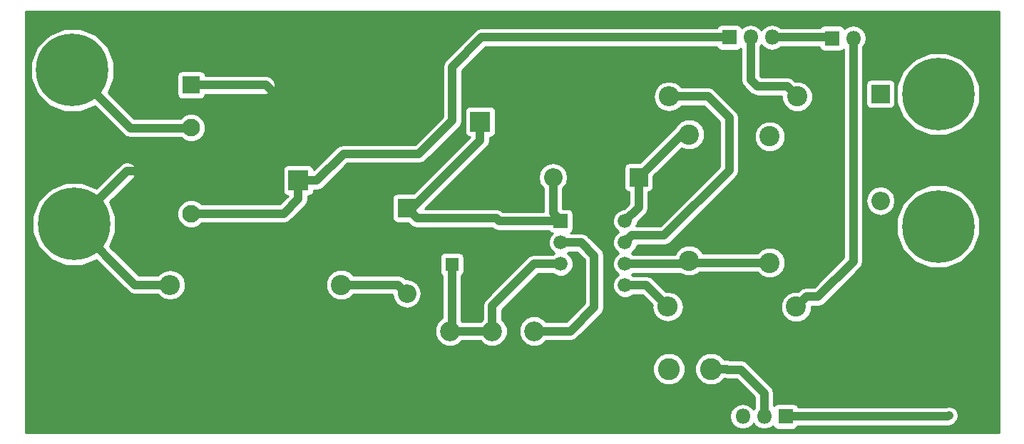
<source format=gbr>
G04 #@! TF.FileFunction,Copper,L2,Bot,Signal*
%FSLAX46Y46*%
G04 Gerber Fmt 4.6, Leading zero omitted, Abs format (unit mm)*
G04 Created by KiCad (PCBNEW 4.0.7) date 02/11/18 23:41:10*
%MOMM*%
%LPD*%
G01*
G04 APERTURE LIST*
%ADD10C,0.100000*%
%ADD11R,2.400000X2.400000*%
%ADD12C,2.400000*%
%ADD13R,1.600000X1.600000*%
%ADD14C,1.600000*%
%ADD15R,2.100000X2.100000*%
%ADD16C,2.100000*%
%ADD17R,2.200000X2.200000*%
%ADD18O,2.200000X2.200000*%
%ADD19R,1.800000X1.800000*%
%ADD20O,1.800000X1.800000*%
%ADD21O,2.400000X2.400000*%
%ADD22C,2.340000*%
%ADD23C,8.600000*%
%ADD24R,1.676400X1.676400*%
%ADD25C,1.676400*%
%ADD26C,2.600000*%
%ADD27C,0.900000*%
%ADD28C,1.000000*%
%ADD29C,0.254000*%
G04 APERTURE END LIST*
D10*
D11*
X97370000Y-63350000D03*
D12*
X97370000Y-55850000D03*
D13*
X115600000Y-73330000D03*
D14*
X120600000Y-73330000D03*
D12*
X143770000Y-72880000D03*
X143770000Y-57880000D03*
X153320000Y-58120000D03*
X153320000Y-73120000D03*
D15*
X84640000Y-52000000D03*
D16*
X84640000Y-57100000D03*
X84640000Y-67300000D03*
X84640000Y-62200000D03*
D17*
X110250000Y-66630000D03*
D18*
X110250000Y-76790000D03*
D17*
X166480000Y-53070000D03*
D18*
X166480000Y-65770000D03*
D19*
X148520000Y-46360000D03*
D20*
X151060000Y-46360000D03*
X153600000Y-46360000D03*
D19*
X160730000Y-46450000D03*
D20*
X163270000Y-46450000D03*
X165810000Y-46450000D03*
D12*
X102440000Y-75760000D03*
D21*
X82120000Y-75760000D03*
D12*
X156600000Y-53370000D03*
D21*
X141360000Y-53370000D03*
D12*
X156470000Y-78350000D03*
D21*
X141230000Y-78350000D03*
D22*
X125390000Y-81250000D03*
X120390000Y-81250000D03*
X115390000Y-81250000D03*
D23*
X70540000Y-50250000D03*
X70730000Y-68530000D03*
X173330000Y-68810000D03*
X173330000Y-53090000D03*
D24*
X128530000Y-68190000D03*
D25*
X128530000Y-70730000D03*
X128530000Y-73270000D03*
X128530000Y-75810000D03*
X136150000Y-75810000D03*
X136150000Y-73270000D03*
X136150000Y-70730000D03*
X136150000Y-68190000D03*
D17*
X137770000Y-62970000D03*
D18*
X127610000Y-62970000D03*
D11*
X118960000Y-56370000D03*
D12*
X111460000Y-56370000D03*
D19*
X155210000Y-91390000D03*
D20*
X152670000Y-91390000D03*
X150130000Y-91390000D03*
D26*
X146360000Y-85740000D03*
X141360000Y-85740000D03*
D27*
X174610000Y-91270000D03*
D28*
X115640000Y-49850000D02*
X119130000Y-46360000D01*
X119130000Y-46360000D02*
X148520000Y-46360000D01*
X115640000Y-56240000D02*
X115640000Y-49850000D01*
X111680000Y-60200000D02*
X115640000Y-56240000D01*
X102720000Y-60200000D02*
X111680000Y-60200000D01*
X97370000Y-63350000D02*
X99570000Y-63350000D01*
X99570000Y-63350000D02*
X102720000Y-60200000D01*
X84640000Y-67300000D02*
X95620000Y-67300000D01*
X95620000Y-67300000D02*
X97370000Y-65550000D01*
X97370000Y-65550000D02*
X97370000Y-63350000D01*
X97370000Y-55850000D02*
X110940000Y-55850000D01*
X110940000Y-55850000D02*
X111460000Y-56370000D01*
X93520000Y-52000000D02*
X97370000Y-55850000D01*
X84770000Y-62240000D02*
X77020000Y-62240000D01*
X115600000Y-73330000D02*
X115600000Y-81040000D01*
X115600000Y-81040000D02*
X115390000Y-81250000D01*
X120390000Y-78240000D02*
X125360000Y-73270000D01*
X125360000Y-73270000D02*
X128530000Y-73270000D01*
X120390000Y-81250000D02*
X120390000Y-78240000D01*
X120390000Y-81250000D02*
X115390000Y-81250000D01*
X153600000Y-46360000D02*
X160640000Y-46360000D01*
X160640000Y-46360000D02*
X160730000Y-46450000D01*
X153320000Y-73120000D02*
X144010000Y-73120000D01*
X144010000Y-73120000D02*
X143770000Y-72880000D01*
X136150000Y-73270000D02*
X143380000Y-73270000D01*
X143380000Y-73270000D02*
X143770000Y-72880000D01*
X143770000Y-57880000D02*
X142860000Y-57880000D01*
X142860000Y-57880000D02*
X137770000Y-62970000D01*
X137770000Y-62970000D02*
X137770000Y-66570000D01*
X137770000Y-66570000D02*
X136150000Y-68190000D01*
X84770000Y-57140000D02*
X77430000Y-57140000D01*
X77430000Y-57140000D02*
X70540000Y-50250000D01*
X84640000Y-52000000D02*
X93520000Y-52000000D01*
X70730000Y-68530000D02*
X77960000Y-75760000D01*
X77960000Y-75760000D02*
X82120000Y-75760000D01*
X77020000Y-62240000D02*
X70730000Y-68530000D01*
X127610000Y-62970000D02*
X127610000Y-67270000D01*
X127610000Y-67270000D02*
X128530000Y-68190000D01*
X120850000Y-67850000D02*
X121190000Y-68190000D01*
X121190000Y-68190000D02*
X128530000Y-68190000D01*
X120850000Y-67850000D02*
X111470000Y-67850000D01*
X111470000Y-67850000D02*
X110250000Y-66630000D01*
X118960000Y-56370000D02*
X118960000Y-58570000D01*
X118960000Y-58570000D02*
X110900000Y-66630000D01*
X110900000Y-66630000D02*
X110250000Y-66630000D01*
X102440000Y-75760000D02*
X109220000Y-75760000D01*
X109220000Y-75760000D02*
X110250000Y-76790000D01*
X151850001Y-52170001D02*
X151060000Y-51380000D01*
X151060000Y-51380000D02*
X151060000Y-46360000D01*
X156600000Y-53370000D02*
X155400001Y-52170001D01*
X155400001Y-52170001D02*
X151850001Y-52170001D01*
X159069999Y-77150001D02*
X163270000Y-72950000D01*
X163270000Y-72950000D02*
X163270000Y-46450000D01*
X156470000Y-78350000D02*
X157669999Y-77150001D01*
X157669999Y-77150001D02*
X159069999Y-77150001D01*
X146000000Y-53370000D02*
X141360000Y-53370000D01*
X148530000Y-55900000D02*
X146000000Y-53370000D01*
X148530000Y-62160000D02*
X148530000Y-55900000D01*
X140798199Y-69891801D02*
X148530000Y-62160000D01*
X136150000Y-70730000D02*
X136988199Y-69891801D01*
X136988199Y-69891801D02*
X140798199Y-69891801D01*
X136150000Y-75810000D02*
X138690000Y-75810000D01*
X138690000Y-75810000D02*
X141230000Y-78350000D01*
X132490000Y-78410000D02*
X129650000Y-81250000D01*
X129650000Y-81250000D02*
X125390000Y-81250000D01*
X132490000Y-72280000D02*
X132490000Y-78410000D01*
X130940000Y-70730000D02*
X132490000Y-72280000D01*
X128530000Y-70730000D02*
X130940000Y-70730000D01*
X149880000Y-85830000D02*
X152670000Y-88620000D01*
X152670000Y-88620000D02*
X152670000Y-91390000D01*
X148288477Y-85830000D02*
X149880000Y-85830000D01*
X146360000Y-85740000D02*
X148198477Y-85740000D01*
X148198477Y-85740000D02*
X148288477Y-85830000D01*
X155210000Y-91390000D02*
X174490000Y-91390000D01*
X174490000Y-91390000D02*
X174610000Y-91270000D01*
D29*
G36*
X180530000Y-93280000D02*
X64970000Y-93280000D01*
X64970000Y-86123207D01*
X139424665Y-86123207D01*
X139718630Y-86834658D01*
X140262479Y-87379457D01*
X140973416Y-87674663D01*
X141743207Y-87675335D01*
X142454658Y-87381370D01*
X142999457Y-86837521D01*
X143294663Y-86126584D01*
X143294665Y-86123207D01*
X144424665Y-86123207D01*
X144718630Y-86834658D01*
X145262479Y-87379457D01*
X145973416Y-87674663D01*
X146743207Y-87675335D01*
X147454658Y-87381370D01*
X147940995Y-86895881D01*
X148288477Y-86965000D01*
X149409868Y-86965000D01*
X151535000Y-89090132D01*
X151535000Y-90333803D01*
X151400000Y-90535845D01*
X151245481Y-90304591D01*
X150747491Y-89971845D01*
X150160072Y-89855000D01*
X150099928Y-89855000D01*
X149512509Y-89971845D01*
X149014519Y-90304591D01*
X148681773Y-90802581D01*
X148564928Y-91390000D01*
X148681773Y-91977419D01*
X149014519Y-92475409D01*
X149512509Y-92808155D01*
X150099928Y-92925000D01*
X150160072Y-92925000D01*
X150747491Y-92808155D01*
X151245481Y-92475409D01*
X151400000Y-92244155D01*
X151554519Y-92475409D01*
X152052509Y-92808155D01*
X152639928Y-92925000D01*
X152700072Y-92925000D01*
X153287491Y-92808155D01*
X153708026Y-92527163D01*
X153845910Y-92741441D01*
X154058110Y-92886431D01*
X154310000Y-92937440D01*
X156110000Y-92937440D01*
X156345317Y-92893162D01*
X156561441Y-92754090D01*
X156706431Y-92541890D01*
X156709851Y-92525000D01*
X174490000Y-92525000D01*
X174924346Y-92438603D01*
X175292566Y-92192566D01*
X175412566Y-92072566D01*
X175658604Y-91704345D01*
X175745000Y-91270000D01*
X175658604Y-90835654D01*
X175412566Y-90467434D01*
X175044346Y-90221396D01*
X174610000Y-90135000D01*
X174175655Y-90221396D01*
X174125363Y-90255000D01*
X156713222Y-90255000D01*
X156713162Y-90254683D01*
X156574090Y-90038559D01*
X156361890Y-89893569D01*
X156110000Y-89842560D01*
X154310000Y-89842560D01*
X154074683Y-89886838D01*
X153858559Y-90025910D01*
X153805000Y-90104296D01*
X153805000Y-88620000D01*
X153718603Y-88185654D01*
X153472566Y-87817434D01*
X150682566Y-85027434D01*
X150314346Y-84781397D01*
X149880000Y-84695000D01*
X148638215Y-84695000D01*
X148632823Y-84691397D01*
X148198477Y-84605000D01*
X147961098Y-84605000D01*
X147457521Y-84100543D01*
X146746584Y-83805337D01*
X145976793Y-83804665D01*
X145265342Y-84098630D01*
X144720543Y-84642479D01*
X144425337Y-85353416D01*
X144424665Y-86123207D01*
X143294665Y-86123207D01*
X143295335Y-85356793D01*
X143001370Y-84645342D01*
X142457521Y-84100543D01*
X141746584Y-83805337D01*
X140976793Y-83804665D01*
X140265342Y-84098630D01*
X139720543Y-84642479D01*
X139425337Y-85353416D01*
X139424665Y-86123207D01*
X64970000Y-86123207D01*
X64970000Y-69507325D01*
X65794146Y-69507325D01*
X66543871Y-71321801D01*
X67930897Y-72711250D01*
X69744061Y-73464141D01*
X71707325Y-73465854D01*
X73372632Y-72777764D01*
X77157434Y-76562566D01*
X77525654Y-76808603D01*
X77960000Y-76895000D01*
X80677903Y-76895000D01*
X80786509Y-77057541D01*
X81381826Y-77455319D01*
X82084050Y-77595000D01*
X82155950Y-77595000D01*
X82858174Y-77455319D01*
X83453491Y-77057541D01*
X83851269Y-76462224D01*
X83918664Y-76123403D01*
X100604682Y-76123403D01*
X100883455Y-76798086D01*
X101399199Y-77314730D01*
X102073395Y-77594681D01*
X102803403Y-77595318D01*
X103478086Y-77316545D01*
X103900367Y-76895000D01*
X108529125Y-76895000D01*
X108647069Y-77487947D01*
X109023170Y-78050821D01*
X109586044Y-78426922D01*
X110250000Y-78558991D01*
X110913956Y-78426922D01*
X111476830Y-78050821D01*
X111852931Y-77487947D01*
X111985000Y-76823991D01*
X111985000Y-76756009D01*
X111852931Y-76092053D01*
X111476830Y-75529179D01*
X110913956Y-75153078D01*
X110250000Y-75021009D01*
X110113327Y-75048195D01*
X110022566Y-74957434D01*
X110018446Y-74954681D01*
X109654346Y-74711397D01*
X109220000Y-74625000D01*
X103899800Y-74625000D01*
X103480801Y-74205270D01*
X102806605Y-73925319D01*
X102076597Y-73924682D01*
X101401914Y-74203455D01*
X100885270Y-74719199D01*
X100605319Y-75393395D01*
X100604682Y-76123403D01*
X83918664Y-76123403D01*
X83990950Y-75760000D01*
X83851269Y-75057776D01*
X83453491Y-74462459D01*
X82858174Y-74064681D01*
X82155950Y-73925000D01*
X82084050Y-73925000D01*
X81381826Y-74064681D01*
X80786509Y-74462459D01*
X80677903Y-74625000D01*
X78430132Y-74625000D01*
X74976675Y-71171543D01*
X75664141Y-69515939D01*
X75665783Y-67633697D01*
X82954708Y-67633697D01*
X83210694Y-68253229D01*
X83684278Y-68727640D01*
X84303362Y-68984707D01*
X84973697Y-68985292D01*
X85593229Y-68729306D01*
X85888049Y-68435000D01*
X95620000Y-68435000D01*
X96054346Y-68348603D01*
X96422566Y-68102566D01*
X98172566Y-66352566D01*
X98260210Y-66221397D01*
X98418603Y-65984346D01*
X98505000Y-65550000D01*
X98505000Y-65530000D01*
X108502560Y-65530000D01*
X108502560Y-67730000D01*
X108546838Y-67965317D01*
X108685910Y-68181441D01*
X108898110Y-68326431D01*
X109150000Y-68377440D01*
X110392307Y-68377440D01*
X110667434Y-68652567D01*
X111035655Y-68898604D01*
X111470000Y-68985000D01*
X120379868Y-68985000D01*
X120387434Y-68992566D01*
X120755655Y-69238604D01*
X121190000Y-69325000D01*
X127128201Y-69325000D01*
X127227710Y-69479641D01*
X127439910Y-69624631D01*
X127533145Y-69643512D01*
X127281810Y-69894409D01*
X127057056Y-70435677D01*
X127056545Y-71021752D01*
X127280353Y-71563411D01*
X127694409Y-71978190D01*
X127746392Y-71999775D01*
X127696589Y-72020353D01*
X127581742Y-72135000D01*
X125360000Y-72135000D01*
X124925654Y-72221397D01*
X124557434Y-72467434D01*
X119587434Y-77437434D01*
X119341397Y-77805654D01*
X119255000Y-78240000D01*
X119255000Y-79832590D01*
X118972097Y-80115000D01*
X116807410Y-80115000D01*
X116735000Y-80042463D01*
X116735000Y-74669018D01*
X116851441Y-74594090D01*
X116996431Y-74381890D01*
X117047440Y-74130000D01*
X117047440Y-72530000D01*
X117003162Y-72294683D01*
X116864090Y-72078559D01*
X116651890Y-71933569D01*
X116400000Y-71882560D01*
X114800000Y-71882560D01*
X114564683Y-71926838D01*
X114348559Y-72065910D01*
X114203569Y-72278110D01*
X114152560Y-72530000D01*
X114152560Y-74130000D01*
X114196838Y-74365317D01*
X114335910Y-74581441D01*
X114465000Y-74669644D01*
X114465000Y-79679189D01*
X114368885Y-79718903D01*
X113860688Y-80226215D01*
X113585314Y-80889388D01*
X113584687Y-81607462D01*
X113858903Y-82271115D01*
X114366215Y-82779312D01*
X115029388Y-83054686D01*
X115747462Y-83055313D01*
X116411115Y-82781097D01*
X116807903Y-82385000D01*
X118972590Y-82385000D01*
X119366215Y-82779312D01*
X120029388Y-83054686D01*
X120747462Y-83055313D01*
X121411115Y-82781097D01*
X121919312Y-82273785D01*
X122194686Y-81610612D01*
X122195313Y-80892538D01*
X121921097Y-80228885D01*
X121525000Y-79832097D01*
X121525000Y-78710132D01*
X125830132Y-74405000D01*
X127581416Y-74405000D01*
X127694409Y-74518190D01*
X128235677Y-74742944D01*
X128821752Y-74743455D01*
X129363411Y-74519647D01*
X129778190Y-74105591D01*
X130002944Y-73564323D01*
X130003455Y-72978248D01*
X129779647Y-72436589D01*
X129365591Y-72021810D01*
X129313608Y-72000225D01*
X129363411Y-71979647D01*
X129478258Y-71865000D01*
X130469868Y-71865000D01*
X131355000Y-72750132D01*
X131355000Y-77939867D01*
X129179868Y-80115000D01*
X126807410Y-80115000D01*
X126413785Y-79720688D01*
X125750612Y-79445314D01*
X125032538Y-79444687D01*
X124368885Y-79718903D01*
X123860688Y-80226215D01*
X123585314Y-80889388D01*
X123584687Y-81607462D01*
X123858903Y-82271115D01*
X124366215Y-82779312D01*
X125029388Y-83054686D01*
X125747462Y-83055313D01*
X126411115Y-82781097D01*
X126807903Y-82385000D01*
X129650000Y-82385000D01*
X130084346Y-82298603D01*
X130452566Y-82052566D01*
X133292567Y-79212566D01*
X133538604Y-78844345D01*
X133625000Y-78410000D01*
X133625000Y-72280000D01*
X133538603Y-71845654D01*
X133292566Y-71477434D01*
X131742566Y-69927434D01*
X131693141Y-69894409D01*
X131374346Y-69681397D01*
X130940000Y-69595000D01*
X129660025Y-69595000D01*
X129819641Y-69492290D01*
X129964631Y-69280090D01*
X130015640Y-69028200D01*
X130015640Y-68481752D01*
X134676545Y-68481752D01*
X134900353Y-69023411D01*
X135314409Y-69438190D01*
X135366392Y-69459775D01*
X135316589Y-69480353D01*
X134901810Y-69894409D01*
X134677056Y-70435677D01*
X134676545Y-71021752D01*
X134900353Y-71563411D01*
X135314409Y-71978190D01*
X135366392Y-71999775D01*
X135316589Y-72020353D01*
X134901810Y-72434409D01*
X134677056Y-72975677D01*
X134676545Y-73561752D01*
X134900353Y-74103411D01*
X135314409Y-74518190D01*
X135366392Y-74539775D01*
X135316589Y-74560353D01*
X134901810Y-74974409D01*
X134677056Y-75515677D01*
X134676545Y-76101752D01*
X134900353Y-76643411D01*
X135314409Y-77058190D01*
X135855677Y-77282944D01*
X136441752Y-77283455D01*
X136983411Y-77059647D01*
X137098258Y-76945000D01*
X138219868Y-76945000D01*
X139403152Y-78128285D01*
X139359050Y-78350000D01*
X139498731Y-79052224D01*
X139896509Y-79647541D01*
X140491826Y-80045319D01*
X141194050Y-80185000D01*
X141265950Y-80185000D01*
X141968174Y-80045319D01*
X142563491Y-79647541D01*
X142961269Y-79052224D01*
X143100950Y-78350000D01*
X142961269Y-77647776D01*
X142563491Y-77052459D01*
X141968174Y-76654681D01*
X141265950Y-76515000D01*
X141194050Y-76515000D01*
X141032306Y-76547173D01*
X139492566Y-75007434D01*
X139414569Y-74955318D01*
X139124346Y-74761397D01*
X138690000Y-74675000D01*
X137098584Y-74675000D01*
X136985591Y-74561810D01*
X136933608Y-74540225D01*
X136983411Y-74519647D01*
X137098258Y-74405000D01*
X142699521Y-74405000D01*
X142729199Y-74434730D01*
X143403395Y-74714681D01*
X144133403Y-74715318D01*
X144808086Y-74436545D01*
X144989948Y-74255000D01*
X151860200Y-74255000D01*
X152279199Y-74674730D01*
X152953395Y-74954681D01*
X153683403Y-74955318D01*
X154358086Y-74676545D01*
X154874730Y-74160801D01*
X155154681Y-73486605D01*
X155155318Y-72756597D01*
X154876545Y-72081914D01*
X154360801Y-71565270D01*
X153686605Y-71285319D01*
X152956597Y-71284682D01*
X152281914Y-71563455D01*
X151859633Y-71985000D01*
X145385667Y-71985000D01*
X145326545Y-71841914D01*
X144810801Y-71325270D01*
X144136605Y-71045319D01*
X143406597Y-71044682D01*
X142731914Y-71323455D01*
X142215270Y-71839199D01*
X142092443Y-72135000D01*
X137098584Y-72135000D01*
X136985591Y-72021810D01*
X136933608Y-72000225D01*
X136983411Y-71979647D01*
X137398190Y-71565591D01*
X137621915Y-71026801D01*
X140798199Y-71026801D01*
X141232545Y-70940404D01*
X141600765Y-70694367D01*
X149332566Y-62962566D01*
X149363912Y-62915654D01*
X149578603Y-62594346D01*
X149665000Y-62160000D01*
X149665000Y-58483403D01*
X151484682Y-58483403D01*
X151763455Y-59158086D01*
X152279199Y-59674730D01*
X152953395Y-59954681D01*
X153683403Y-59955318D01*
X154358086Y-59676545D01*
X154874730Y-59160801D01*
X155154681Y-58486605D01*
X155155318Y-57756597D01*
X154876545Y-57081914D01*
X154360801Y-56565270D01*
X153686605Y-56285319D01*
X152956597Y-56284682D01*
X152281914Y-56563455D01*
X151765270Y-57079199D01*
X151485319Y-57753395D01*
X151484682Y-58483403D01*
X149665000Y-58483403D01*
X149665000Y-55900000D01*
X149578603Y-55465654D01*
X149332566Y-55097434D01*
X146802566Y-52567434D01*
X146724093Y-52515000D01*
X146434346Y-52321397D01*
X146000000Y-52235000D01*
X142802097Y-52235000D01*
X142693491Y-52072459D01*
X142098174Y-51674681D01*
X141395950Y-51535000D01*
X141324050Y-51535000D01*
X140621826Y-51674681D01*
X140026509Y-52072459D01*
X139628731Y-52667776D01*
X139489050Y-53370000D01*
X139628731Y-54072224D01*
X140026509Y-54667541D01*
X140621826Y-55065319D01*
X141324050Y-55205000D01*
X141395950Y-55205000D01*
X142098174Y-55065319D01*
X142693491Y-54667541D01*
X142802097Y-54505000D01*
X145529868Y-54505000D01*
X147395000Y-56370132D01*
X147395000Y-61689868D01*
X140328067Y-68756801D01*
X137509801Y-68756801D01*
X137622944Y-68484323D01*
X137623085Y-68322047D01*
X138572566Y-67372566D01*
X138818603Y-67004346D01*
X138905000Y-66570000D01*
X138905000Y-64710854D01*
X139105317Y-64673162D01*
X139321441Y-64534090D01*
X139466431Y-64321890D01*
X139517440Y-64070000D01*
X139517440Y-62827692D01*
X142857236Y-59487896D01*
X143403395Y-59714681D01*
X144133403Y-59715318D01*
X144808086Y-59436545D01*
X145324730Y-58920801D01*
X145604681Y-58246605D01*
X145605318Y-57516597D01*
X145326545Y-56841914D01*
X144810801Y-56325270D01*
X144136605Y-56045319D01*
X143406597Y-56044682D01*
X142731914Y-56323455D01*
X142215270Y-56839199D01*
X142138968Y-57022955D01*
X142120941Y-57035000D01*
X142057434Y-57077434D01*
X137912308Y-61222560D01*
X136670000Y-61222560D01*
X136434683Y-61266838D01*
X136218559Y-61405910D01*
X136073569Y-61618110D01*
X136022560Y-61870000D01*
X136022560Y-64070000D01*
X136066838Y-64305317D01*
X136205910Y-64521441D01*
X136418110Y-64666431D01*
X136635000Y-64710352D01*
X136635000Y-66099868D01*
X136018184Y-66716684D01*
X135858248Y-66716545D01*
X135316589Y-66940353D01*
X134901810Y-67354409D01*
X134677056Y-67895677D01*
X134676545Y-68481752D01*
X130015640Y-68481752D01*
X130015640Y-67351800D01*
X129971362Y-67116483D01*
X129832290Y-66900359D01*
X129620090Y-66755369D01*
X129368200Y-66704360D01*
X128745000Y-66704360D01*
X128745000Y-64280901D01*
X128870821Y-64196830D01*
X129246922Y-63633956D01*
X129378991Y-62970000D01*
X129246922Y-62306044D01*
X128870821Y-61743170D01*
X128307947Y-61367069D01*
X127643991Y-61235000D01*
X127576009Y-61235000D01*
X126912053Y-61367069D01*
X126349179Y-61743170D01*
X125973078Y-62306044D01*
X125841009Y-62970000D01*
X125973078Y-63633956D01*
X126349179Y-64196830D01*
X126475000Y-64280901D01*
X126475000Y-67055000D01*
X121660132Y-67055000D01*
X121652566Y-67047434D01*
X121526743Y-66963362D01*
X121284346Y-66801397D01*
X120850000Y-66715000D01*
X112420132Y-66715000D01*
X119762566Y-59372566D01*
X120008603Y-59004346D01*
X120095000Y-58570000D01*
X120095000Y-58217440D01*
X120160000Y-58217440D01*
X120395317Y-58173162D01*
X120611441Y-58034090D01*
X120756431Y-57821890D01*
X120807440Y-57570000D01*
X120807440Y-55170000D01*
X120763162Y-54934683D01*
X120624090Y-54718559D01*
X120411890Y-54573569D01*
X120160000Y-54522560D01*
X117760000Y-54522560D01*
X117524683Y-54566838D01*
X117308559Y-54705910D01*
X117163569Y-54918110D01*
X117112560Y-55170000D01*
X117112560Y-57570000D01*
X117156838Y-57805317D01*
X117295910Y-58021441D01*
X117508110Y-58166431D01*
X117716281Y-58208587D01*
X111042308Y-64882560D01*
X109150000Y-64882560D01*
X108914683Y-64926838D01*
X108698559Y-65065910D01*
X108553569Y-65278110D01*
X108502560Y-65530000D01*
X98505000Y-65530000D01*
X98505000Y-65197440D01*
X98570000Y-65197440D01*
X98805317Y-65153162D01*
X99021441Y-65014090D01*
X99166431Y-64801890D01*
X99217440Y-64550000D01*
X99217440Y-64485000D01*
X99570000Y-64485000D01*
X100004346Y-64398603D01*
X100372566Y-64152566D01*
X103190132Y-61335000D01*
X111680000Y-61335000D01*
X112114346Y-61248603D01*
X112482566Y-61002566D01*
X116442566Y-57042566D01*
X116688604Y-56674345D01*
X116775000Y-56240000D01*
X116775000Y-50320132D01*
X119600132Y-47495000D01*
X147016778Y-47495000D01*
X147016838Y-47495317D01*
X147155910Y-47711441D01*
X147368110Y-47856431D01*
X147620000Y-47907440D01*
X149420000Y-47907440D01*
X149655317Y-47863162D01*
X149871441Y-47724090D01*
X149925000Y-47645704D01*
X149925000Y-51380000D01*
X150011397Y-51814346D01*
X150183863Y-52072459D01*
X150257434Y-52182566D01*
X151047435Y-52972567D01*
X151415655Y-53218604D01*
X151850001Y-53305001D01*
X154765056Y-53305001D01*
X154764682Y-53733403D01*
X155043455Y-54408086D01*
X155559199Y-54924730D01*
X156233395Y-55204681D01*
X156963403Y-55205318D01*
X157638086Y-54926545D01*
X158154730Y-54410801D01*
X158434681Y-53736605D01*
X158435318Y-53006597D01*
X158156545Y-52331914D01*
X157640801Y-51815270D01*
X156966605Y-51535319D01*
X156369930Y-51534798D01*
X156202567Y-51367435D01*
X156135407Y-51322560D01*
X155834347Y-51121398D01*
X155400001Y-51035001D01*
X152320133Y-51035001D01*
X152195000Y-50909868D01*
X152195000Y-47416197D01*
X152330000Y-47214155D01*
X152484519Y-47445409D01*
X152982509Y-47778155D01*
X153569928Y-47895000D01*
X153630072Y-47895000D01*
X154217491Y-47778155D01*
X154641263Y-47495000D01*
X159209844Y-47495000D01*
X159226838Y-47585317D01*
X159365910Y-47801441D01*
X159578110Y-47946431D01*
X159830000Y-47997440D01*
X161630000Y-47997440D01*
X161865317Y-47953162D01*
X162081441Y-47814090D01*
X162135000Y-47735704D01*
X162135000Y-72479868D01*
X158599867Y-76015001D01*
X157669999Y-76015001D01*
X157235653Y-76101398D01*
X156867433Y-76347435D01*
X156699668Y-76515200D01*
X156106597Y-76514682D01*
X155431914Y-76793455D01*
X154915270Y-77309199D01*
X154635319Y-77983395D01*
X154634682Y-78713403D01*
X154913455Y-79388086D01*
X155429199Y-79904730D01*
X156103395Y-80184681D01*
X156833403Y-80185318D01*
X157508086Y-79906545D01*
X158024730Y-79390801D01*
X158304681Y-78716605D01*
X158305058Y-78285001D01*
X159069999Y-78285001D01*
X159504345Y-78198604D01*
X159872565Y-77952567D01*
X164072566Y-73752566D01*
X164318603Y-73384346D01*
X164346638Y-73243403D01*
X164405000Y-72950000D01*
X164405000Y-69787325D01*
X168394146Y-69787325D01*
X169143871Y-71601801D01*
X170530897Y-72991250D01*
X172344061Y-73744141D01*
X174307325Y-73745854D01*
X176121801Y-72996129D01*
X177511250Y-71609103D01*
X178264141Y-69795939D01*
X178265854Y-67832675D01*
X177516129Y-66018199D01*
X176129103Y-64628750D01*
X174315939Y-63875859D01*
X172352675Y-63874146D01*
X170538199Y-64623871D01*
X169148750Y-66010897D01*
X168395859Y-67824061D01*
X168394146Y-69787325D01*
X164405000Y-69787325D01*
X164405000Y-65736009D01*
X164745000Y-65736009D01*
X164745000Y-65803991D01*
X164877069Y-66467947D01*
X165253170Y-67030821D01*
X165816044Y-67406922D01*
X166480000Y-67538991D01*
X167143956Y-67406922D01*
X167706830Y-67030821D01*
X168082931Y-66467947D01*
X168215000Y-65803991D01*
X168215000Y-65736009D01*
X168082931Y-65072053D01*
X167706830Y-64509179D01*
X167143956Y-64133078D01*
X166480000Y-64001009D01*
X165816044Y-64133078D01*
X165253170Y-64509179D01*
X164877069Y-65072053D01*
X164745000Y-65736009D01*
X164405000Y-65736009D01*
X164405000Y-51970000D01*
X164732560Y-51970000D01*
X164732560Y-54170000D01*
X164776838Y-54405317D01*
X164915910Y-54621441D01*
X165128110Y-54766431D01*
X165380000Y-54817440D01*
X167580000Y-54817440D01*
X167815317Y-54773162D01*
X168031441Y-54634090D01*
X168176431Y-54421890D01*
X168227440Y-54170000D01*
X168227440Y-54067325D01*
X168394146Y-54067325D01*
X169143871Y-55881801D01*
X170530897Y-57271250D01*
X172344061Y-58024141D01*
X174307325Y-58025854D01*
X176121801Y-57276129D01*
X177511250Y-55889103D01*
X178264141Y-54075939D01*
X178265854Y-52112675D01*
X177516129Y-50298199D01*
X176129103Y-48908750D01*
X174315939Y-48155859D01*
X172352675Y-48154146D01*
X170538199Y-48903871D01*
X169148750Y-50290897D01*
X168395859Y-52104061D01*
X168394146Y-54067325D01*
X168227440Y-54067325D01*
X168227440Y-51970000D01*
X168183162Y-51734683D01*
X168044090Y-51518559D01*
X167831890Y-51373569D01*
X167580000Y-51322560D01*
X165380000Y-51322560D01*
X165144683Y-51366838D01*
X164928559Y-51505910D01*
X164783569Y-51718110D01*
X164732560Y-51970000D01*
X164405000Y-51970000D01*
X164405000Y-47506197D01*
X164718227Y-47037419D01*
X164835072Y-46450000D01*
X164718227Y-45862581D01*
X164385481Y-45364591D01*
X163887491Y-45031845D01*
X163300072Y-44915000D01*
X163239928Y-44915000D01*
X162652509Y-45031845D01*
X162231974Y-45312837D01*
X162094090Y-45098559D01*
X161881890Y-44953569D01*
X161630000Y-44902560D01*
X159830000Y-44902560D01*
X159594683Y-44946838D01*
X159378559Y-45085910D01*
X159283523Y-45225000D01*
X154641263Y-45225000D01*
X154217491Y-44941845D01*
X153630072Y-44825000D01*
X153569928Y-44825000D01*
X152982509Y-44941845D01*
X152484519Y-45274591D01*
X152330000Y-45505845D01*
X152175481Y-45274591D01*
X151677491Y-44941845D01*
X151090072Y-44825000D01*
X151029928Y-44825000D01*
X150442509Y-44941845D01*
X150021974Y-45222837D01*
X149884090Y-45008559D01*
X149671890Y-44863569D01*
X149420000Y-44812560D01*
X147620000Y-44812560D01*
X147384683Y-44856838D01*
X147168559Y-44995910D01*
X147023569Y-45208110D01*
X147020149Y-45225000D01*
X119130000Y-45225000D01*
X118695654Y-45311397D01*
X118327434Y-45557434D01*
X114837434Y-49047434D01*
X114591397Y-49415654D01*
X114505000Y-49850000D01*
X114505000Y-55769868D01*
X111209868Y-59065000D01*
X102720000Y-59065000D01*
X102285654Y-59151397D01*
X101954652Y-59372566D01*
X101917434Y-59397434D01*
X99209114Y-62105754D01*
X99173162Y-61914683D01*
X99034090Y-61698559D01*
X98821890Y-61553569D01*
X98570000Y-61502560D01*
X96170000Y-61502560D01*
X95934683Y-61546838D01*
X95718559Y-61685910D01*
X95573569Y-61898110D01*
X95522560Y-62150000D01*
X95522560Y-64550000D01*
X95566838Y-64785317D01*
X95705910Y-65001441D01*
X95918110Y-65146431D01*
X96126281Y-65188587D01*
X95149868Y-66165000D01*
X85887852Y-66165000D01*
X85595722Y-65872360D01*
X84976638Y-65615293D01*
X84306303Y-65614708D01*
X83686771Y-65870694D01*
X83212360Y-66344278D01*
X82955293Y-66963362D01*
X82954708Y-67633697D01*
X75665783Y-67633697D01*
X75665854Y-67552675D01*
X74977764Y-65887368D01*
X77822566Y-63042566D01*
X78068603Y-62674346D01*
X78155000Y-62240000D01*
X78068603Y-61805655D01*
X77822566Y-61437434D01*
X77454345Y-61191397D01*
X77020000Y-61105000D01*
X76585654Y-61191397D01*
X76217434Y-61437434D01*
X73371543Y-64283325D01*
X71715939Y-63595859D01*
X69752675Y-63594146D01*
X67938199Y-64343871D01*
X66548750Y-65730897D01*
X65795859Y-67544061D01*
X65794146Y-69507325D01*
X64970000Y-69507325D01*
X64970000Y-51227325D01*
X65604146Y-51227325D01*
X66353871Y-53041801D01*
X67740897Y-54431250D01*
X69554061Y-55184141D01*
X71517325Y-55185854D01*
X73182632Y-54497764D01*
X76627433Y-57942566D01*
X76916412Y-58135655D01*
X76995654Y-58188603D01*
X77430000Y-58275000D01*
X83432078Y-58275000D01*
X83684278Y-58527640D01*
X84303362Y-58784707D01*
X84973697Y-58785292D01*
X85593229Y-58529306D01*
X86067640Y-58055722D01*
X86324707Y-57436638D01*
X86325292Y-56766303D01*
X86069306Y-56146771D01*
X85595722Y-55672360D01*
X84976638Y-55415293D01*
X84306303Y-55414708D01*
X83686771Y-55670694D01*
X83351881Y-56005000D01*
X77900133Y-56005000D01*
X74786675Y-52891542D01*
X75474141Y-51235939D01*
X75474390Y-50950000D01*
X82942560Y-50950000D01*
X82942560Y-53050000D01*
X82986838Y-53285317D01*
X83125910Y-53501441D01*
X83338110Y-53646431D01*
X83590000Y-53697440D01*
X85690000Y-53697440D01*
X85925317Y-53653162D01*
X86141441Y-53514090D01*
X86286431Y-53301890D01*
X86320227Y-53135000D01*
X93520000Y-53135000D01*
X93954346Y-53048603D01*
X94322566Y-52802566D01*
X94568603Y-52434346D01*
X94655000Y-52000000D01*
X94568603Y-51565654D01*
X94322566Y-51197434D01*
X93954346Y-50951397D01*
X93520000Y-50865000D01*
X86321446Y-50865000D01*
X86293162Y-50714683D01*
X86154090Y-50498559D01*
X85941890Y-50353569D01*
X85690000Y-50302560D01*
X83590000Y-50302560D01*
X83354683Y-50346838D01*
X83138559Y-50485910D01*
X82993569Y-50698110D01*
X82942560Y-50950000D01*
X75474390Y-50950000D01*
X75475854Y-49272675D01*
X74726129Y-47458199D01*
X73339103Y-46068750D01*
X71525939Y-45315859D01*
X69562675Y-45314146D01*
X67748199Y-46063871D01*
X66358750Y-47450897D01*
X65605859Y-49264061D01*
X65604146Y-51227325D01*
X64970000Y-51227325D01*
X64970000Y-43290000D01*
X180530000Y-43290000D01*
X180530000Y-93280000D01*
X180530000Y-93280000D01*
G37*
X180530000Y-93280000D02*
X64970000Y-93280000D01*
X64970000Y-86123207D01*
X139424665Y-86123207D01*
X139718630Y-86834658D01*
X140262479Y-87379457D01*
X140973416Y-87674663D01*
X141743207Y-87675335D01*
X142454658Y-87381370D01*
X142999457Y-86837521D01*
X143294663Y-86126584D01*
X143294665Y-86123207D01*
X144424665Y-86123207D01*
X144718630Y-86834658D01*
X145262479Y-87379457D01*
X145973416Y-87674663D01*
X146743207Y-87675335D01*
X147454658Y-87381370D01*
X147940995Y-86895881D01*
X148288477Y-86965000D01*
X149409868Y-86965000D01*
X151535000Y-89090132D01*
X151535000Y-90333803D01*
X151400000Y-90535845D01*
X151245481Y-90304591D01*
X150747491Y-89971845D01*
X150160072Y-89855000D01*
X150099928Y-89855000D01*
X149512509Y-89971845D01*
X149014519Y-90304591D01*
X148681773Y-90802581D01*
X148564928Y-91390000D01*
X148681773Y-91977419D01*
X149014519Y-92475409D01*
X149512509Y-92808155D01*
X150099928Y-92925000D01*
X150160072Y-92925000D01*
X150747491Y-92808155D01*
X151245481Y-92475409D01*
X151400000Y-92244155D01*
X151554519Y-92475409D01*
X152052509Y-92808155D01*
X152639928Y-92925000D01*
X152700072Y-92925000D01*
X153287491Y-92808155D01*
X153708026Y-92527163D01*
X153845910Y-92741441D01*
X154058110Y-92886431D01*
X154310000Y-92937440D01*
X156110000Y-92937440D01*
X156345317Y-92893162D01*
X156561441Y-92754090D01*
X156706431Y-92541890D01*
X156709851Y-92525000D01*
X174490000Y-92525000D01*
X174924346Y-92438603D01*
X175292566Y-92192566D01*
X175412566Y-92072566D01*
X175658604Y-91704345D01*
X175745000Y-91270000D01*
X175658604Y-90835654D01*
X175412566Y-90467434D01*
X175044346Y-90221396D01*
X174610000Y-90135000D01*
X174175655Y-90221396D01*
X174125363Y-90255000D01*
X156713222Y-90255000D01*
X156713162Y-90254683D01*
X156574090Y-90038559D01*
X156361890Y-89893569D01*
X156110000Y-89842560D01*
X154310000Y-89842560D01*
X154074683Y-89886838D01*
X153858559Y-90025910D01*
X153805000Y-90104296D01*
X153805000Y-88620000D01*
X153718603Y-88185654D01*
X153472566Y-87817434D01*
X150682566Y-85027434D01*
X150314346Y-84781397D01*
X149880000Y-84695000D01*
X148638215Y-84695000D01*
X148632823Y-84691397D01*
X148198477Y-84605000D01*
X147961098Y-84605000D01*
X147457521Y-84100543D01*
X146746584Y-83805337D01*
X145976793Y-83804665D01*
X145265342Y-84098630D01*
X144720543Y-84642479D01*
X144425337Y-85353416D01*
X144424665Y-86123207D01*
X143294665Y-86123207D01*
X143295335Y-85356793D01*
X143001370Y-84645342D01*
X142457521Y-84100543D01*
X141746584Y-83805337D01*
X140976793Y-83804665D01*
X140265342Y-84098630D01*
X139720543Y-84642479D01*
X139425337Y-85353416D01*
X139424665Y-86123207D01*
X64970000Y-86123207D01*
X64970000Y-69507325D01*
X65794146Y-69507325D01*
X66543871Y-71321801D01*
X67930897Y-72711250D01*
X69744061Y-73464141D01*
X71707325Y-73465854D01*
X73372632Y-72777764D01*
X77157434Y-76562566D01*
X77525654Y-76808603D01*
X77960000Y-76895000D01*
X80677903Y-76895000D01*
X80786509Y-77057541D01*
X81381826Y-77455319D01*
X82084050Y-77595000D01*
X82155950Y-77595000D01*
X82858174Y-77455319D01*
X83453491Y-77057541D01*
X83851269Y-76462224D01*
X83918664Y-76123403D01*
X100604682Y-76123403D01*
X100883455Y-76798086D01*
X101399199Y-77314730D01*
X102073395Y-77594681D01*
X102803403Y-77595318D01*
X103478086Y-77316545D01*
X103900367Y-76895000D01*
X108529125Y-76895000D01*
X108647069Y-77487947D01*
X109023170Y-78050821D01*
X109586044Y-78426922D01*
X110250000Y-78558991D01*
X110913956Y-78426922D01*
X111476830Y-78050821D01*
X111852931Y-77487947D01*
X111985000Y-76823991D01*
X111985000Y-76756009D01*
X111852931Y-76092053D01*
X111476830Y-75529179D01*
X110913956Y-75153078D01*
X110250000Y-75021009D01*
X110113327Y-75048195D01*
X110022566Y-74957434D01*
X110018446Y-74954681D01*
X109654346Y-74711397D01*
X109220000Y-74625000D01*
X103899800Y-74625000D01*
X103480801Y-74205270D01*
X102806605Y-73925319D01*
X102076597Y-73924682D01*
X101401914Y-74203455D01*
X100885270Y-74719199D01*
X100605319Y-75393395D01*
X100604682Y-76123403D01*
X83918664Y-76123403D01*
X83990950Y-75760000D01*
X83851269Y-75057776D01*
X83453491Y-74462459D01*
X82858174Y-74064681D01*
X82155950Y-73925000D01*
X82084050Y-73925000D01*
X81381826Y-74064681D01*
X80786509Y-74462459D01*
X80677903Y-74625000D01*
X78430132Y-74625000D01*
X74976675Y-71171543D01*
X75664141Y-69515939D01*
X75665783Y-67633697D01*
X82954708Y-67633697D01*
X83210694Y-68253229D01*
X83684278Y-68727640D01*
X84303362Y-68984707D01*
X84973697Y-68985292D01*
X85593229Y-68729306D01*
X85888049Y-68435000D01*
X95620000Y-68435000D01*
X96054346Y-68348603D01*
X96422566Y-68102566D01*
X98172566Y-66352566D01*
X98260210Y-66221397D01*
X98418603Y-65984346D01*
X98505000Y-65550000D01*
X98505000Y-65530000D01*
X108502560Y-65530000D01*
X108502560Y-67730000D01*
X108546838Y-67965317D01*
X108685910Y-68181441D01*
X108898110Y-68326431D01*
X109150000Y-68377440D01*
X110392307Y-68377440D01*
X110667434Y-68652567D01*
X111035655Y-68898604D01*
X111470000Y-68985000D01*
X120379868Y-68985000D01*
X120387434Y-68992566D01*
X120755655Y-69238604D01*
X121190000Y-69325000D01*
X127128201Y-69325000D01*
X127227710Y-69479641D01*
X127439910Y-69624631D01*
X127533145Y-69643512D01*
X127281810Y-69894409D01*
X127057056Y-70435677D01*
X127056545Y-71021752D01*
X127280353Y-71563411D01*
X127694409Y-71978190D01*
X127746392Y-71999775D01*
X127696589Y-72020353D01*
X127581742Y-72135000D01*
X125360000Y-72135000D01*
X124925654Y-72221397D01*
X124557434Y-72467434D01*
X119587434Y-77437434D01*
X119341397Y-77805654D01*
X119255000Y-78240000D01*
X119255000Y-79832590D01*
X118972097Y-80115000D01*
X116807410Y-80115000D01*
X116735000Y-80042463D01*
X116735000Y-74669018D01*
X116851441Y-74594090D01*
X116996431Y-74381890D01*
X117047440Y-74130000D01*
X117047440Y-72530000D01*
X117003162Y-72294683D01*
X116864090Y-72078559D01*
X116651890Y-71933569D01*
X116400000Y-71882560D01*
X114800000Y-71882560D01*
X114564683Y-71926838D01*
X114348559Y-72065910D01*
X114203569Y-72278110D01*
X114152560Y-72530000D01*
X114152560Y-74130000D01*
X114196838Y-74365317D01*
X114335910Y-74581441D01*
X114465000Y-74669644D01*
X114465000Y-79679189D01*
X114368885Y-79718903D01*
X113860688Y-80226215D01*
X113585314Y-80889388D01*
X113584687Y-81607462D01*
X113858903Y-82271115D01*
X114366215Y-82779312D01*
X115029388Y-83054686D01*
X115747462Y-83055313D01*
X116411115Y-82781097D01*
X116807903Y-82385000D01*
X118972590Y-82385000D01*
X119366215Y-82779312D01*
X120029388Y-83054686D01*
X120747462Y-83055313D01*
X121411115Y-82781097D01*
X121919312Y-82273785D01*
X122194686Y-81610612D01*
X122195313Y-80892538D01*
X121921097Y-80228885D01*
X121525000Y-79832097D01*
X121525000Y-78710132D01*
X125830132Y-74405000D01*
X127581416Y-74405000D01*
X127694409Y-74518190D01*
X128235677Y-74742944D01*
X128821752Y-74743455D01*
X129363411Y-74519647D01*
X129778190Y-74105591D01*
X130002944Y-73564323D01*
X130003455Y-72978248D01*
X129779647Y-72436589D01*
X129365591Y-72021810D01*
X129313608Y-72000225D01*
X129363411Y-71979647D01*
X129478258Y-71865000D01*
X130469868Y-71865000D01*
X131355000Y-72750132D01*
X131355000Y-77939867D01*
X129179868Y-80115000D01*
X126807410Y-80115000D01*
X126413785Y-79720688D01*
X125750612Y-79445314D01*
X125032538Y-79444687D01*
X124368885Y-79718903D01*
X123860688Y-80226215D01*
X123585314Y-80889388D01*
X123584687Y-81607462D01*
X123858903Y-82271115D01*
X124366215Y-82779312D01*
X125029388Y-83054686D01*
X125747462Y-83055313D01*
X126411115Y-82781097D01*
X126807903Y-82385000D01*
X129650000Y-82385000D01*
X130084346Y-82298603D01*
X130452566Y-82052566D01*
X133292567Y-79212566D01*
X133538604Y-78844345D01*
X133625000Y-78410000D01*
X133625000Y-72280000D01*
X133538603Y-71845654D01*
X133292566Y-71477434D01*
X131742566Y-69927434D01*
X131693141Y-69894409D01*
X131374346Y-69681397D01*
X130940000Y-69595000D01*
X129660025Y-69595000D01*
X129819641Y-69492290D01*
X129964631Y-69280090D01*
X130015640Y-69028200D01*
X130015640Y-68481752D01*
X134676545Y-68481752D01*
X134900353Y-69023411D01*
X135314409Y-69438190D01*
X135366392Y-69459775D01*
X135316589Y-69480353D01*
X134901810Y-69894409D01*
X134677056Y-70435677D01*
X134676545Y-71021752D01*
X134900353Y-71563411D01*
X135314409Y-71978190D01*
X135366392Y-71999775D01*
X135316589Y-72020353D01*
X134901810Y-72434409D01*
X134677056Y-72975677D01*
X134676545Y-73561752D01*
X134900353Y-74103411D01*
X135314409Y-74518190D01*
X135366392Y-74539775D01*
X135316589Y-74560353D01*
X134901810Y-74974409D01*
X134677056Y-75515677D01*
X134676545Y-76101752D01*
X134900353Y-76643411D01*
X135314409Y-77058190D01*
X135855677Y-77282944D01*
X136441752Y-77283455D01*
X136983411Y-77059647D01*
X137098258Y-76945000D01*
X138219868Y-76945000D01*
X139403152Y-78128285D01*
X139359050Y-78350000D01*
X139498731Y-79052224D01*
X139896509Y-79647541D01*
X140491826Y-80045319D01*
X141194050Y-80185000D01*
X141265950Y-80185000D01*
X141968174Y-80045319D01*
X142563491Y-79647541D01*
X142961269Y-79052224D01*
X143100950Y-78350000D01*
X142961269Y-77647776D01*
X142563491Y-77052459D01*
X141968174Y-76654681D01*
X141265950Y-76515000D01*
X141194050Y-76515000D01*
X141032306Y-76547173D01*
X139492566Y-75007434D01*
X139414569Y-74955318D01*
X139124346Y-74761397D01*
X138690000Y-74675000D01*
X137098584Y-74675000D01*
X136985591Y-74561810D01*
X136933608Y-74540225D01*
X136983411Y-74519647D01*
X137098258Y-74405000D01*
X142699521Y-74405000D01*
X142729199Y-74434730D01*
X143403395Y-74714681D01*
X144133403Y-74715318D01*
X144808086Y-74436545D01*
X144989948Y-74255000D01*
X151860200Y-74255000D01*
X152279199Y-74674730D01*
X152953395Y-74954681D01*
X153683403Y-74955318D01*
X154358086Y-74676545D01*
X154874730Y-74160801D01*
X155154681Y-73486605D01*
X155155318Y-72756597D01*
X154876545Y-72081914D01*
X154360801Y-71565270D01*
X153686605Y-71285319D01*
X152956597Y-71284682D01*
X152281914Y-71563455D01*
X151859633Y-71985000D01*
X145385667Y-71985000D01*
X145326545Y-71841914D01*
X144810801Y-71325270D01*
X144136605Y-71045319D01*
X143406597Y-71044682D01*
X142731914Y-71323455D01*
X142215270Y-71839199D01*
X142092443Y-72135000D01*
X137098584Y-72135000D01*
X136985591Y-72021810D01*
X136933608Y-72000225D01*
X136983411Y-71979647D01*
X137398190Y-71565591D01*
X137621915Y-71026801D01*
X140798199Y-71026801D01*
X141232545Y-70940404D01*
X141600765Y-70694367D01*
X149332566Y-62962566D01*
X149363912Y-62915654D01*
X149578603Y-62594346D01*
X149665000Y-62160000D01*
X149665000Y-58483403D01*
X151484682Y-58483403D01*
X151763455Y-59158086D01*
X152279199Y-59674730D01*
X152953395Y-59954681D01*
X153683403Y-59955318D01*
X154358086Y-59676545D01*
X154874730Y-59160801D01*
X155154681Y-58486605D01*
X155155318Y-57756597D01*
X154876545Y-57081914D01*
X154360801Y-56565270D01*
X153686605Y-56285319D01*
X152956597Y-56284682D01*
X152281914Y-56563455D01*
X151765270Y-57079199D01*
X151485319Y-57753395D01*
X151484682Y-58483403D01*
X149665000Y-58483403D01*
X149665000Y-55900000D01*
X149578603Y-55465654D01*
X149332566Y-55097434D01*
X146802566Y-52567434D01*
X146724093Y-52515000D01*
X146434346Y-52321397D01*
X146000000Y-52235000D01*
X142802097Y-52235000D01*
X142693491Y-52072459D01*
X142098174Y-51674681D01*
X141395950Y-51535000D01*
X141324050Y-51535000D01*
X140621826Y-51674681D01*
X140026509Y-52072459D01*
X139628731Y-52667776D01*
X139489050Y-53370000D01*
X139628731Y-54072224D01*
X140026509Y-54667541D01*
X140621826Y-55065319D01*
X141324050Y-55205000D01*
X141395950Y-55205000D01*
X142098174Y-55065319D01*
X142693491Y-54667541D01*
X142802097Y-54505000D01*
X145529868Y-54505000D01*
X147395000Y-56370132D01*
X147395000Y-61689868D01*
X140328067Y-68756801D01*
X137509801Y-68756801D01*
X137622944Y-68484323D01*
X137623085Y-68322047D01*
X138572566Y-67372566D01*
X138818603Y-67004346D01*
X138905000Y-66570000D01*
X138905000Y-64710854D01*
X139105317Y-64673162D01*
X139321441Y-64534090D01*
X139466431Y-64321890D01*
X139517440Y-64070000D01*
X139517440Y-62827692D01*
X142857236Y-59487896D01*
X143403395Y-59714681D01*
X144133403Y-59715318D01*
X144808086Y-59436545D01*
X145324730Y-58920801D01*
X145604681Y-58246605D01*
X145605318Y-57516597D01*
X145326545Y-56841914D01*
X144810801Y-56325270D01*
X144136605Y-56045319D01*
X143406597Y-56044682D01*
X142731914Y-56323455D01*
X142215270Y-56839199D01*
X142138968Y-57022955D01*
X142120941Y-57035000D01*
X142057434Y-57077434D01*
X137912308Y-61222560D01*
X136670000Y-61222560D01*
X136434683Y-61266838D01*
X136218559Y-61405910D01*
X136073569Y-61618110D01*
X136022560Y-61870000D01*
X136022560Y-64070000D01*
X136066838Y-64305317D01*
X136205910Y-64521441D01*
X136418110Y-64666431D01*
X136635000Y-64710352D01*
X136635000Y-66099868D01*
X136018184Y-66716684D01*
X135858248Y-66716545D01*
X135316589Y-66940353D01*
X134901810Y-67354409D01*
X134677056Y-67895677D01*
X134676545Y-68481752D01*
X130015640Y-68481752D01*
X130015640Y-67351800D01*
X129971362Y-67116483D01*
X129832290Y-66900359D01*
X129620090Y-66755369D01*
X129368200Y-66704360D01*
X128745000Y-66704360D01*
X128745000Y-64280901D01*
X128870821Y-64196830D01*
X129246922Y-63633956D01*
X129378991Y-62970000D01*
X129246922Y-62306044D01*
X128870821Y-61743170D01*
X128307947Y-61367069D01*
X127643991Y-61235000D01*
X127576009Y-61235000D01*
X126912053Y-61367069D01*
X126349179Y-61743170D01*
X125973078Y-62306044D01*
X125841009Y-62970000D01*
X125973078Y-63633956D01*
X126349179Y-64196830D01*
X126475000Y-64280901D01*
X126475000Y-67055000D01*
X121660132Y-67055000D01*
X121652566Y-67047434D01*
X121526743Y-66963362D01*
X121284346Y-66801397D01*
X120850000Y-66715000D01*
X112420132Y-66715000D01*
X119762566Y-59372566D01*
X120008603Y-59004346D01*
X120095000Y-58570000D01*
X120095000Y-58217440D01*
X120160000Y-58217440D01*
X120395317Y-58173162D01*
X120611441Y-58034090D01*
X120756431Y-57821890D01*
X120807440Y-57570000D01*
X120807440Y-55170000D01*
X120763162Y-54934683D01*
X120624090Y-54718559D01*
X120411890Y-54573569D01*
X120160000Y-54522560D01*
X117760000Y-54522560D01*
X117524683Y-54566838D01*
X117308559Y-54705910D01*
X117163569Y-54918110D01*
X117112560Y-55170000D01*
X117112560Y-57570000D01*
X117156838Y-57805317D01*
X117295910Y-58021441D01*
X117508110Y-58166431D01*
X117716281Y-58208587D01*
X111042308Y-64882560D01*
X109150000Y-64882560D01*
X108914683Y-64926838D01*
X108698559Y-65065910D01*
X108553569Y-65278110D01*
X108502560Y-65530000D01*
X98505000Y-65530000D01*
X98505000Y-65197440D01*
X98570000Y-65197440D01*
X98805317Y-65153162D01*
X99021441Y-65014090D01*
X99166431Y-64801890D01*
X99217440Y-64550000D01*
X99217440Y-64485000D01*
X99570000Y-64485000D01*
X100004346Y-64398603D01*
X100372566Y-64152566D01*
X103190132Y-61335000D01*
X111680000Y-61335000D01*
X112114346Y-61248603D01*
X112482566Y-61002566D01*
X116442566Y-57042566D01*
X116688604Y-56674345D01*
X116775000Y-56240000D01*
X116775000Y-50320132D01*
X119600132Y-47495000D01*
X147016778Y-47495000D01*
X147016838Y-47495317D01*
X147155910Y-47711441D01*
X147368110Y-47856431D01*
X147620000Y-47907440D01*
X149420000Y-47907440D01*
X149655317Y-47863162D01*
X149871441Y-47724090D01*
X149925000Y-47645704D01*
X149925000Y-51380000D01*
X150011397Y-51814346D01*
X150183863Y-52072459D01*
X150257434Y-52182566D01*
X151047435Y-52972567D01*
X151415655Y-53218604D01*
X151850001Y-53305001D01*
X154765056Y-53305001D01*
X154764682Y-53733403D01*
X155043455Y-54408086D01*
X155559199Y-54924730D01*
X156233395Y-55204681D01*
X156963403Y-55205318D01*
X157638086Y-54926545D01*
X158154730Y-54410801D01*
X158434681Y-53736605D01*
X158435318Y-53006597D01*
X158156545Y-52331914D01*
X157640801Y-51815270D01*
X156966605Y-51535319D01*
X156369930Y-51534798D01*
X156202567Y-51367435D01*
X156135407Y-51322560D01*
X155834347Y-51121398D01*
X155400001Y-51035001D01*
X152320133Y-51035001D01*
X152195000Y-50909868D01*
X152195000Y-47416197D01*
X152330000Y-47214155D01*
X152484519Y-47445409D01*
X152982509Y-47778155D01*
X153569928Y-47895000D01*
X153630072Y-47895000D01*
X154217491Y-47778155D01*
X154641263Y-47495000D01*
X159209844Y-47495000D01*
X159226838Y-47585317D01*
X159365910Y-47801441D01*
X159578110Y-47946431D01*
X159830000Y-47997440D01*
X161630000Y-47997440D01*
X161865317Y-47953162D01*
X162081441Y-47814090D01*
X162135000Y-47735704D01*
X162135000Y-72479868D01*
X158599867Y-76015001D01*
X157669999Y-76015001D01*
X157235653Y-76101398D01*
X156867433Y-76347435D01*
X156699668Y-76515200D01*
X156106597Y-76514682D01*
X155431914Y-76793455D01*
X154915270Y-77309199D01*
X154635319Y-77983395D01*
X154634682Y-78713403D01*
X154913455Y-79388086D01*
X155429199Y-79904730D01*
X156103395Y-80184681D01*
X156833403Y-80185318D01*
X157508086Y-79906545D01*
X158024730Y-79390801D01*
X158304681Y-78716605D01*
X158305058Y-78285001D01*
X159069999Y-78285001D01*
X159504345Y-78198604D01*
X159872565Y-77952567D01*
X164072566Y-73752566D01*
X164318603Y-73384346D01*
X164346638Y-73243403D01*
X164405000Y-72950000D01*
X164405000Y-69787325D01*
X168394146Y-69787325D01*
X169143871Y-71601801D01*
X170530897Y-72991250D01*
X172344061Y-73744141D01*
X174307325Y-73745854D01*
X176121801Y-72996129D01*
X177511250Y-71609103D01*
X178264141Y-69795939D01*
X178265854Y-67832675D01*
X177516129Y-66018199D01*
X176129103Y-64628750D01*
X174315939Y-63875859D01*
X172352675Y-63874146D01*
X170538199Y-64623871D01*
X169148750Y-66010897D01*
X168395859Y-67824061D01*
X168394146Y-69787325D01*
X164405000Y-69787325D01*
X164405000Y-65736009D01*
X164745000Y-65736009D01*
X164745000Y-65803991D01*
X164877069Y-66467947D01*
X165253170Y-67030821D01*
X165816044Y-67406922D01*
X166480000Y-67538991D01*
X167143956Y-67406922D01*
X167706830Y-67030821D01*
X168082931Y-66467947D01*
X168215000Y-65803991D01*
X168215000Y-65736009D01*
X168082931Y-65072053D01*
X167706830Y-64509179D01*
X167143956Y-64133078D01*
X166480000Y-64001009D01*
X165816044Y-64133078D01*
X165253170Y-64509179D01*
X164877069Y-65072053D01*
X164745000Y-65736009D01*
X164405000Y-65736009D01*
X164405000Y-51970000D01*
X164732560Y-51970000D01*
X164732560Y-54170000D01*
X164776838Y-54405317D01*
X164915910Y-54621441D01*
X165128110Y-54766431D01*
X165380000Y-54817440D01*
X167580000Y-54817440D01*
X167815317Y-54773162D01*
X168031441Y-54634090D01*
X168176431Y-54421890D01*
X168227440Y-54170000D01*
X168227440Y-54067325D01*
X168394146Y-54067325D01*
X169143871Y-55881801D01*
X170530897Y-57271250D01*
X172344061Y-58024141D01*
X174307325Y-58025854D01*
X176121801Y-57276129D01*
X177511250Y-55889103D01*
X178264141Y-54075939D01*
X178265854Y-52112675D01*
X177516129Y-50298199D01*
X176129103Y-48908750D01*
X174315939Y-48155859D01*
X172352675Y-48154146D01*
X170538199Y-48903871D01*
X169148750Y-50290897D01*
X168395859Y-52104061D01*
X168394146Y-54067325D01*
X168227440Y-54067325D01*
X168227440Y-51970000D01*
X168183162Y-51734683D01*
X168044090Y-51518559D01*
X167831890Y-51373569D01*
X167580000Y-51322560D01*
X165380000Y-51322560D01*
X165144683Y-51366838D01*
X164928559Y-51505910D01*
X164783569Y-51718110D01*
X164732560Y-51970000D01*
X164405000Y-51970000D01*
X164405000Y-47506197D01*
X164718227Y-47037419D01*
X164835072Y-46450000D01*
X164718227Y-45862581D01*
X164385481Y-45364591D01*
X163887491Y-45031845D01*
X163300072Y-44915000D01*
X163239928Y-44915000D01*
X162652509Y-45031845D01*
X162231974Y-45312837D01*
X162094090Y-45098559D01*
X161881890Y-44953569D01*
X161630000Y-44902560D01*
X159830000Y-44902560D01*
X159594683Y-44946838D01*
X159378559Y-45085910D01*
X159283523Y-45225000D01*
X154641263Y-45225000D01*
X154217491Y-44941845D01*
X153630072Y-44825000D01*
X153569928Y-44825000D01*
X152982509Y-44941845D01*
X152484519Y-45274591D01*
X152330000Y-45505845D01*
X152175481Y-45274591D01*
X151677491Y-44941845D01*
X151090072Y-44825000D01*
X151029928Y-44825000D01*
X150442509Y-44941845D01*
X150021974Y-45222837D01*
X149884090Y-45008559D01*
X149671890Y-44863569D01*
X149420000Y-44812560D01*
X147620000Y-44812560D01*
X147384683Y-44856838D01*
X147168559Y-44995910D01*
X147023569Y-45208110D01*
X147020149Y-45225000D01*
X119130000Y-45225000D01*
X118695654Y-45311397D01*
X118327434Y-45557434D01*
X114837434Y-49047434D01*
X114591397Y-49415654D01*
X114505000Y-49850000D01*
X114505000Y-55769868D01*
X111209868Y-59065000D01*
X102720000Y-59065000D01*
X102285654Y-59151397D01*
X101954652Y-59372566D01*
X101917434Y-59397434D01*
X99209114Y-62105754D01*
X99173162Y-61914683D01*
X99034090Y-61698559D01*
X98821890Y-61553569D01*
X98570000Y-61502560D01*
X96170000Y-61502560D01*
X95934683Y-61546838D01*
X95718559Y-61685910D01*
X95573569Y-61898110D01*
X95522560Y-62150000D01*
X95522560Y-64550000D01*
X95566838Y-64785317D01*
X95705910Y-65001441D01*
X95918110Y-65146431D01*
X96126281Y-65188587D01*
X95149868Y-66165000D01*
X85887852Y-66165000D01*
X85595722Y-65872360D01*
X84976638Y-65615293D01*
X84306303Y-65614708D01*
X83686771Y-65870694D01*
X83212360Y-66344278D01*
X82955293Y-66963362D01*
X82954708Y-67633697D01*
X75665783Y-67633697D01*
X75665854Y-67552675D01*
X74977764Y-65887368D01*
X77822566Y-63042566D01*
X78068603Y-62674346D01*
X78155000Y-62240000D01*
X78068603Y-61805655D01*
X77822566Y-61437434D01*
X77454345Y-61191397D01*
X77020000Y-61105000D01*
X76585654Y-61191397D01*
X76217434Y-61437434D01*
X73371543Y-64283325D01*
X71715939Y-63595859D01*
X69752675Y-63594146D01*
X67938199Y-64343871D01*
X66548750Y-65730897D01*
X65795859Y-67544061D01*
X65794146Y-69507325D01*
X64970000Y-69507325D01*
X64970000Y-51227325D01*
X65604146Y-51227325D01*
X66353871Y-53041801D01*
X67740897Y-54431250D01*
X69554061Y-55184141D01*
X71517325Y-55185854D01*
X73182632Y-54497764D01*
X76627433Y-57942566D01*
X76916412Y-58135655D01*
X76995654Y-58188603D01*
X77430000Y-58275000D01*
X83432078Y-58275000D01*
X83684278Y-58527640D01*
X84303362Y-58784707D01*
X84973697Y-58785292D01*
X85593229Y-58529306D01*
X86067640Y-58055722D01*
X86324707Y-57436638D01*
X86325292Y-56766303D01*
X86069306Y-56146771D01*
X85595722Y-55672360D01*
X84976638Y-55415293D01*
X84306303Y-55414708D01*
X83686771Y-55670694D01*
X83351881Y-56005000D01*
X77900133Y-56005000D01*
X74786675Y-52891542D01*
X75474141Y-51235939D01*
X75474390Y-50950000D01*
X82942560Y-50950000D01*
X82942560Y-53050000D01*
X82986838Y-53285317D01*
X83125910Y-53501441D01*
X83338110Y-53646431D01*
X83590000Y-53697440D01*
X85690000Y-53697440D01*
X85925317Y-53653162D01*
X86141441Y-53514090D01*
X86286431Y-53301890D01*
X86320227Y-53135000D01*
X93520000Y-53135000D01*
X93954346Y-53048603D01*
X94322566Y-52802566D01*
X94568603Y-52434346D01*
X94655000Y-52000000D01*
X94568603Y-51565654D01*
X94322566Y-51197434D01*
X93954346Y-50951397D01*
X93520000Y-50865000D01*
X86321446Y-50865000D01*
X86293162Y-50714683D01*
X86154090Y-50498559D01*
X85941890Y-50353569D01*
X85690000Y-50302560D01*
X83590000Y-50302560D01*
X83354683Y-50346838D01*
X83138559Y-50485910D01*
X82993569Y-50698110D01*
X82942560Y-50950000D01*
X75474390Y-50950000D01*
X75475854Y-49272675D01*
X74726129Y-47458199D01*
X73339103Y-46068750D01*
X71525939Y-45315859D01*
X69562675Y-45314146D01*
X67748199Y-46063871D01*
X66358750Y-47450897D01*
X65605859Y-49264061D01*
X65604146Y-51227325D01*
X64970000Y-51227325D01*
X64970000Y-43290000D01*
X180530000Y-43290000D01*
X180530000Y-93280000D01*
M02*

</source>
